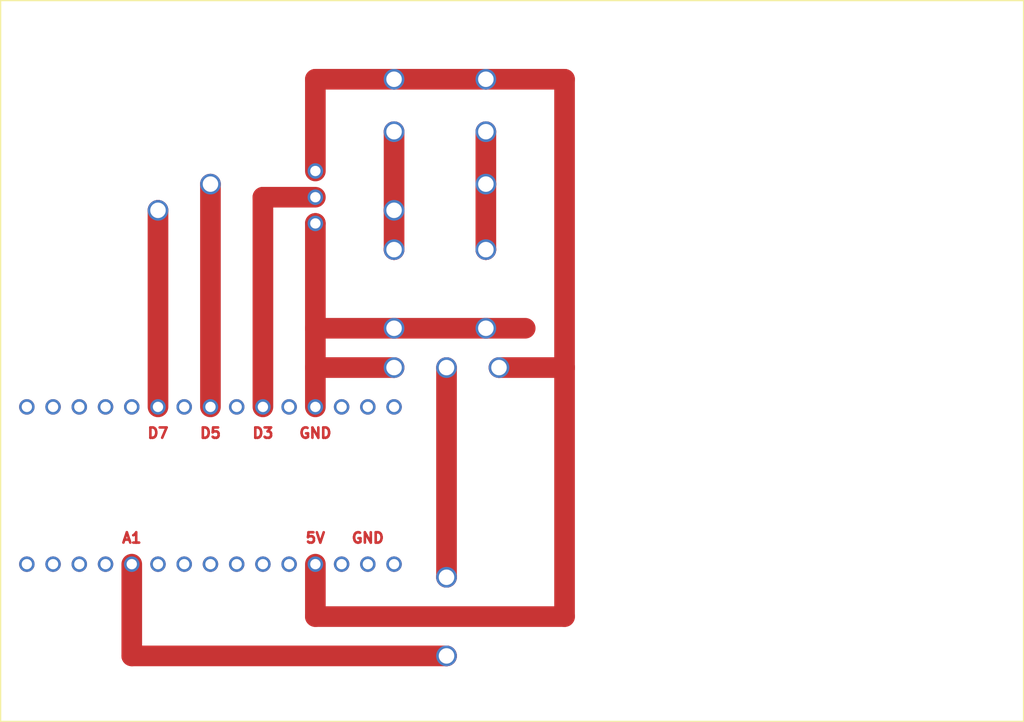
<source format=kicad_pcb>
(kicad_pcb (version 20171130) (host pcbnew 5.1.4)

  (general
    (thickness 1.6)
    (drawings 11)
    (tracks 82)
    (zones 0)
    (modules 0)
    (nets 1)
  )

  (page A4 portrait)
  (layers
    (0 F.Cu signal)
    (31 B.Cu signal)
    (32 B.Adhes user)
    (33 F.Adhes user)
    (34 B.Paste user)
    (35 F.Paste user)
    (36 B.SilkS user)
    (37 F.SilkS user)
    (38 B.Mask user)
    (39 F.Mask user)
    (40 Dwgs.User user)
    (41 Cmts.User user)
    (42 Eco1.User user)
    (43 Eco2.User user)
    (44 Edge.Cuts user)
    (45 Margin user)
    (46 B.CrtYd user)
    (47 F.CrtYd user)
    (48 B.Fab user)
    (49 F.Fab user)
  )

  (setup
    (last_trace_width 0.25)
    (user_trace_width 0.5)
    (user_trace_width 0.75)
    (user_trace_width 1)
    (user_trace_width 2)
    (trace_clearance 0.2)
    (zone_clearance 0.508)
    (zone_45_only no)
    (trace_min 0.2)
    (via_size 0.8)
    (via_drill 0.4)
    (via_min_size 0.4)
    (via_min_drill 0.3)
    (user_via 1.5 1)
    (user_via 2 1.5)
    (uvia_size 0.3)
    (uvia_drill 0.1)
    (uvias_allowed no)
    (uvia_min_size 0.2)
    (uvia_min_drill 0.1)
    (edge_width 0.05)
    (segment_width 0.2)
    (pcb_text_width 0.3)
    (pcb_text_size 1.5 1.5)
    (mod_edge_width 0.12)
    (mod_text_size 1 1)
    (mod_text_width 0.15)
    (pad_size 1.524 1.524)
    (pad_drill 0.762)
    (pad_to_mask_clearance 0.051)
    (solder_mask_min_width 0.25)
    (aux_axis_origin 0 0)
    (visible_elements FFFFFF7F)
    (pcbplotparams
      (layerselection 0x010fc_ffffffff)
      (usegerberextensions false)
      (usegerberattributes false)
      (usegerberadvancedattributes false)
      (creategerberjobfile false)
      (excludeedgelayer true)
      (linewidth 0.100000)
      (plotframeref false)
      (viasonmask false)
      (mode 1)
      (useauxorigin false)
      (hpglpennumber 1)
      (hpglpenspeed 20)
      (hpglpendiameter 15.000000)
      (psnegative false)
      (psa4output false)
      (plotreference true)
      (plotvalue true)
      (plotinvisibletext false)
      (padsonsilk false)
      (subtractmaskfromsilk false)
      (outputformat 1)
      (mirror false)
      (drillshape 1)
      (scaleselection 1)
      (outputdirectory ""))
  )

  (net 0 "")

  (net_class Default "This is the default net class."
    (clearance 0.2)
    (trace_width 0.25)
    (via_dia 0.8)
    (via_drill 0.4)
    (uvia_dia 0.3)
    (uvia_drill 0.1)
  )

  (gr_text D3 (at 88.9 92.71) (layer F.Cu) (tstamp 5DC4656C)
    (effects (font (size 1 1) (thickness 0.25)))
  )
  (gr_text D5 (at 83.82 92.71) (layer F.Cu) (tstamp 5DC4656B)
    (effects (font (size 1 1) (thickness 0.25)))
  )
  (gr_text D7 (at 78.74 92.71) (layer F.Cu) (tstamp 5DC4656A)
    (effects (font (size 1 1) (thickness 0.25)))
  )
  (gr_text GND (at 99.06 102.87) (layer F.Cu) (tstamp 5DC46561)
    (effects (font (size 1 1) (thickness 0.25)))
  )
  (gr_text 5V (at 93.98 102.87) (layer F.Cu) (tstamp 5DC46560)
    (effects (font (size 1 1) (thickness 0.25)))
  )
  (gr_text A1 (at 76.2 102.87) (layer F.Cu) (tstamp 5DC4655F)
    (effects (font (size 1 1) (thickness 0.25)))
  )
  (gr_text GND (at 93.98 92.71) (layer F.Cu) (tstamp 5DC4655E)
    (effects (font (size 1 1) (thickness 0.25)))
  )
  (gr_line (start 63.5 120.65) (end 63.5 50.8) (layer F.SilkS) (width 0.12) (tstamp 5DC4637A))
  (gr_line (start 162.56 120.65) (end 63.5 120.65) (layer F.SilkS) (width 0.12))
  (gr_line (start 162.56 50.8) (end 162.56 120.65) (layer F.SilkS) (width 0.12))
  (gr_line (start 63.5 50.8) (end 162.56 50.8) (layer F.SilkS) (width 0.12))

  (via (at 78.74 90.17) (size 1.5) (drill 1) (layers F.Cu B.Cu) (net 0) (tstamp 5DC46550))
  (via (at 81.28 90.17) (size 1.5) (drill 1) (layers F.Cu B.Cu) (net 0) (tstamp 5DC46551))
  (via (at 88.9 105.41) (size 1.5) (drill 1) (layers F.Cu B.Cu) (net 0) (tstamp 5DC46552))
  (via (at 68.58 105.41) (size 1.5) (drill 1) (layers F.Cu B.Cu) (net 0) (tstamp 5DC46553))
  (via (at 78.74 105.41) (size 1.5) (drill 1) (layers F.Cu B.Cu) (net 0) (tstamp 5DC46554))
  (via (at 93.98 105.41) (size 1.5) (drill 1) (layers F.Cu B.Cu) (net 0) (tstamp 5DC46555))
  (via (at 101.6 105.41) (size 1.5) (drill 1) (layers F.Cu B.Cu) (net 0) (tstamp 5DC46556))
  (via (at 68.58 90.17) (size 1.5) (drill 1) (layers F.Cu B.Cu) (net 0) (tstamp 5DC46557))
  (via (at 101.6 90.17) (size 1.5) (drill 1) (layers F.Cu B.Cu) (net 0) (tstamp 5DC46558))
  (via (at 73.66 105.41) (size 1.5) (drill 1) (layers F.Cu B.Cu) (net 0) (tstamp 5DC46559))
  (via (at 66.04 105.41) (size 1.5) (drill 1) (layers F.Cu B.Cu) (net 0) (tstamp 5DC4655A))
  (via (at 99.06 105.41) (size 1.5) (drill 1) (layers F.Cu B.Cu) (net 0) (tstamp 5DC4655B))
  (via (at 83.82 105.41) (size 1.5) (drill 1) (layers F.Cu B.Cu) (net 0) (tstamp 5DC4655C))
  (via (at 71.12 90.17) (size 1.5) (drill 1) (layers F.Cu B.Cu) (net 0) (tstamp 5DC4655D))
  (via (at 83.82 90.17) (size 1.5) (drill 1) (layers F.Cu B.Cu) (net 0) (tstamp 5DC46562))
  (via (at 91.44 105.41) (size 1.5) (drill 1) (layers F.Cu B.Cu) (net 0) (tstamp 5DC46563))
  (via (at 96.52 105.41) (size 1.5) (drill 1) (layers F.Cu B.Cu) (net 0) (tstamp 5DC46564))
  (via (at 81.28 105.41) (size 1.5) (drill 1) (layers F.Cu B.Cu) (net 0) (tstamp 5DC46565))
  (via (at 71.12 105.41) (size 1.5) (drill 1) (layers F.Cu B.Cu) (net 0) (tstamp 5DC46566))
  (via (at 76.2 105.41) (size 1.5) (drill 1) (layers F.Cu B.Cu) (net 0) (tstamp 5DC46567))
  (via (at 66.04 90.17) (size 1.5) (drill 1) (layers F.Cu B.Cu) (net 0) (tstamp 5DC46568))
  (via (at 86.36 105.41) (size 1.5) (drill 1) (layers F.Cu B.Cu) (net 0) (tstamp 5DC46569))
  (via (at 73.66 90.17) (size 1.5) (drill 1) (layers F.Cu B.Cu) (net 0) (tstamp 5DC4656D))
  (via (at 86.36 90.17) (size 1.5) (drill 1) (layers F.Cu B.Cu) (net 0) (tstamp 5DC4656E))
  (via (at 88.9 90.17) (size 1.5) (drill 1) (layers F.Cu B.Cu) (net 0) (tstamp 5DC4656F))
  (via (at 91.44 90.17) (size 1.5) (drill 1) (layers F.Cu B.Cu) (net 0) (tstamp 5DC46570))
  (via (at 93.98 90.17) (size 1.5) (drill 1) (layers F.Cu B.Cu) (net 0) (tstamp 5DC46571))
  (via (at 96.52 90.17) (size 1.5) (drill 1) (layers F.Cu B.Cu) (net 0) (tstamp 5DC46572))
  (via (at 99.06 90.17) (size 1.5) (drill 1) (layers F.Cu B.Cu) (net 0) (tstamp 5DC46573))
  (via (at 76.2 90.17) (size 1.5) (drill 1) (layers F.Cu B.Cu) (net 0) (tstamp 5DC46574))
  (segment (start 93.98 105.41) (end 93.98 110.49) (width 2) (layer F.Cu) (net 0))
  (segment (start 93.98 110.49) (end 118.11 110.49) (width 2) (layer F.Cu) (net 0))
  (segment (start 118.11 58.42) (end 110.49 58.42) (width 2) (layer F.Cu) (net 0))
  (via (at 111.76 86.36) (size 2) (drill 1.5) (layers F.Cu B.Cu) (net 0))
  (via (at 106.68 86.36) (size 2) (drill 1.5) (layers F.Cu B.Cu) (net 0))
  (via (at 101.6 86.36) (size 2) (drill 1.5) (layers F.Cu B.Cu) (net 0))
  (segment (start 93.98 90.17) (end 93.98 86.36) (width 2) (layer F.Cu) (net 0))
  (segment (start 101.6 86.36) (end 93.98 86.36) (width 2) (layer F.Cu) (net 0))
  (segment (start 93.98 86.36) (end 93.98 82.55) (width 2) (layer F.Cu) (net 0))
  (segment (start 111.76 86.36) (end 118.11 86.36) (width 2) (layer F.Cu) (net 0))
  (segment (start 118.11 110.49) (end 118.11 86.36) (width 2) (layer F.Cu) (net 0))
  (segment (start 118.11 86.36) (end 118.11 58.42) (width 2) (layer F.Cu) (net 0))
  (segment (start 106.68 86.36) (end 106.68 106.68) (width 2) (layer F.Cu) (net 0))
  (segment (start 106.68 114.3) (end 106.68 114.3) (width 2) (layer F.Cu) (net 0))
  (segment (start 76.2 114.3) (end 76.2 105.41) (width 2) (layer F.Cu) (net 0))
  (segment (start 106.68 106.68) (end 106.68 106.68) (width 2) (layer F.Cu) (net 0) (tstamp 5DC4659F))
  (via (at 106.68 106.68) (size 2) (drill 1.5) (layers F.Cu B.Cu) (net 0))
  (segment (start 106.68 114.3) (end 76.2 114.3) (width 2) (layer F.Cu) (net 0) (tstamp 5DC465A1))
  (via (at 106.68 114.3) (size 2) (drill 1.5) (layers F.Cu B.Cu) (net 0))
  (segment (start 110.49 58.42) (end 101.6 58.42) (width 2) (layer F.Cu) (net 0) (tstamp 5DC465AD))
  (via (at 110.49 58.42) (size 2) (drill 1.5) (layers F.Cu B.Cu) (net 0))
  (via (at 101.6 58.42) (size 2) (drill 1.5) (layers F.Cu B.Cu) (net 0))
  (segment (start 93.98 82.55) (end 101.6 82.55) (width 2) (layer F.Cu) (net 0))
  (via (at 101.6 63.5) (size 2) (drill 1.5) (layers F.Cu B.Cu) (net 0))
  (via (at 110.49 63.5) (size 2) (drill 1.5) (layers F.Cu B.Cu) (net 0))
  (segment (start 101.6 63.5) (end 101.6 71.12) (width 2) (layer F.Cu) (net 0))
  (segment (start 110.49 63.5) (end 110.49 68.58) (width 2) (layer F.Cu) (net 0))
  (segment (start 110.49 68.58) (end 110.49 74.93) (width 2) (layer F.Cu) (net 0) (tstamp 5DC465C7))
  (via (at 110.49 68.58) (size 2) (drill 1.5) (layers F.Cu B.Cu) (net 0))
  (segment (start 101.6 71.12) (end 101.6 74.93) (width 2) (layer F.Cu) (net 0) (tstamp 5DC465C9))
  (via (at 101.6 71.12) (size 2) (drill 1.5) (layers F.Cu B.Cu) (net 0))
  (segment (start 101.6 74.93) (end 101.6 74.93) (width 2) (layer F.Cu) (net 0) (tstamp 5DC465CB))
  (via (at 101.6 74.93) (size 2) (drill 1.5) (layers F.Cu B.Cu) (net 0))
  (segment (start 101.6 82.55) (end 110.49 82.55) (width 2) (layer F.Cu) (net 0) (tstamp 5DC465CD))
  (via (at 101.6 82.55) (size 2) (drill 1.5) (layers F.Cu B.Cu) (net 0))
  (segment (start 110.49 74.93) (end 110.49 74.93) (width 2) (layer F.Cu) (net 0) (tstamp 5DC465CF))
  (via (at 110.49 74.93) (size 2) (drill 1.5) (layers F.Cu B.Cu) (net 0))
  (segment (start 110.49 82.55) (end 114.3 82.55) (width 2) (layer F.Cu) (net 0) (tstamp 5DC465D1))
  (via (at 110.49 82.55) (size 2) (drill 1.5) (layers F.Cu B.Cu) (net 0))
  (segment (start 93.98 82.55) (end 93.98 72.39) (width 2) (layer F.Cu) (net 0))
  (segment (start 93.98 72.39) (end 93.98 72.39) (width 2) (layer F.Cu) (net 0) (tstamp 5DC465DD))
  (via (at 93.98 72.39) (size 1.5) (drill 1) (layers F.Cu B.Cu) (net 0))
  (via (at 93.98 69.85) (size 1.5) (drill 1) (layers F.Cu B.Cu) (net 0))
  (via (at 93.98 67.31) (size 1.5) (drill 1) (layers F.Cu B.Cu) (net 0))
  (segment (start 93.98 67.31) (end 93.98 58.42) (width 2) (layer F.Cu) (net 0))
  (segment (start 101.6 58.42) (end 93.98 58.42) (width 2) (layer F.Cu) (net 0))
  (segment (start 93.98 69.85) (end 88.9 69.85) (width 2) (layer F.Cu) (net 0))
  (segment (start 88.9 69.85) (end 88.9 90.17) (width 2) (layer F.Cu) (net 0))
  (via (at 83.82 68.58) (size 2) (drill 1.5) (layers F.Cu B.Cu) (net 0))
  (via (at 78.74 71.12) (size 2) (drill 1.5) (layers F.Cu B.Cu) (net 0))
  (segment (start 83.82 68.58) (end 83.82 90.17) (width 2) (layer F.Cu) (net 0))
  (segment (start 78.74 71.12) (end 78.74 90.17) (width 2) (layer F.Cu) (net 0))

)

</source>
